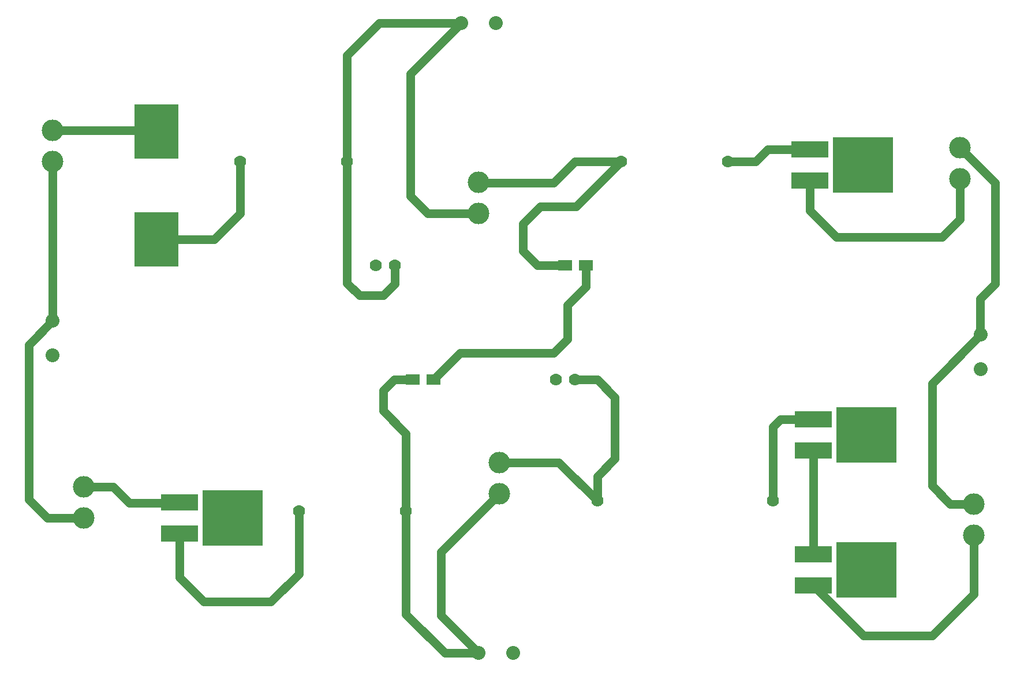
<source format=gtl>
%FSAX24Y24*%
%MOIN*%
G70*
G01*
G75*
G04 Layer_Physical_Order=1*
G04 Layer_Color=255*
%ADD10R,0.2579X0.3150*%
%ADD11R,0.0800X0.0600*%
%ADD12R,0.2126X0.0945*%
%ADD13R,0.3504X0.3228*%
%ADD14C,0.0500*%
%ADD15C,0.0100*%
%ADD16C,0.0700*%
%ADD17C,0.1250*%
%ADD18C,0.0800*%
%ADD19C,0.0500*%
D10*
X019200Y035700D02*
D03*
Y041950D02*
D03*
D11*
X034000Y027600D02*
D03*
X035200D02*
D03*
X044000Y034200D02*
D03*
X042800D02*
D03*
D12*
X020510Y020498D02*
D03*
Y018702D02*
D03*
X056910Y039102D02*
D03*
Y040898D02*
D03*
X057110Y017498D02*
D03*
Y015702D02*
D03*
Y023502D02*
D03*
Y025298D02*
D03*
D13*
X023601Y019600D02*
D03*
X060001Y040000D02*
D03*
X060201Y016600D02*
D03*
Y024400D02*
D03*
D14*
X043350Y027600D02*
X044644D01*
X045669Y026575D01*
Y023031D02*
Y026575D01*
X044640Y022003D02*
X045669Y023031D01*
X044640Y020600D02*
Y022003D01*
X032950Y033147D02*
Y034200D01*
X032283Y032480D02*
X032950Y033147D01*
X030906Y032480D02*
X032283D01*
X030200Y033186D02*
X030906Y032480D01*
X030200Y033186D02*
Y040200D01*
X033858Y045258D02*
X036800Y048200D01*
X033858Y038189D02*
Y045258D01*
Y038189D02*
X034847Y037200D01*
X037800D01*
X030200Y040200D02*
Y046342D01*
X032058Y048200D02*
X036800D01*
X030200Y046342D02*
X032058Y048200D01*
X066765Y030235D02*
Y032283D01*
X067635Y033153D01*
Y038976D01*
X065600Y041011D02*
X067635Y038976D01*
X043407Y037598D02*
X046009Y040200D01*
X041339Y037598D02*
X043407D01*
X040354Y036614D02*
X041339Y037598D01*
X040354Y035039D02*
Y036614D01*
X035630Y017630D02*
X039000Y021000D01*
X033600Y014038D02*
X035838Y011800D01*
X037800D01*
X033600Y014038D02*
Y020000D01*
X035630Y013976D02*
X037800Y011806D01*
X035630Y013976D02*
Y017630D01*
X032915Y027600D02*
X034000D01*
X032283Y026969D02*
X032915Y027600D01*
X032283Y025787D02*
Y026969D01*
Y025787D02*
X033600Y024471D01*
Y020000D02*
Y024471D01*
X039000Y022811D02*
X042429D01*
X044640Y020600D01*
X041194Y034200D02*
X042800D01*
X040354Y035039D02*
X041194Y034200D01*
X027409Y016385D02*
Y020000D01*
X025787Y014764D02*
X027409Y016385D01*
X021926Y014764D02*
X025787D01*
X020510Y016180D02*
X021926Y014764D01*
X020510Y016180D02*
Y018702D01*
X037835Y038976D02*
X042126D01*
X043350Y040200D01*
X046009D01*
X017625Y020472D02*
X020485D01*
X016687Y021411D02*
X017625Y020472D01*
X015000Y021411D02*
X016687D01*
X012880Y019600D02*
X015000D01*
X011811Y020669D02*
X012880Y019600D01*
X011811Y020669D02*
Y029611D01*
X013200Y031000D01*
X065022Y020411D02*
X066400D01*
X063976Y021457D02*
X065022Y020411D01*
X063976Y021457D02*
Y027376D01*
X066800Y030200D01*
X065600Y036860D02*
Y039200D01*
X064567Y035827D02*
X065600Y036860D01*
X058465Y035827D02*
X064567D01*
X056910Y037381D02*
X058465Y035827D01*
X056910Y037381D02*
Y039102D01*
X054800Y020600D02*
Y024879D01*
X055219Y025298D01*
X057110D01*
Y015702D02*
X060017Y012795D01*
X063976D01*
X066400Y015219D01*
Y018600D01*
X057110Y017498D02*
Y023502D01*
X054480Y040898D02*
X056910D01*
X053783Y040200D02*
X054480Y040898D01*
X052200Y040200D02*
X053783D01*
X013200Y031000D02*
Y040200D01*
X024009Y037198D02*
Y040200D01*
X022511Y035700D02*
X024009Y037198D01*
X019200Y035700D02*
X022511D01*
X013200Y042011D02*
X019139D01*
X035200Y027600D02*
X036734Y029134D01*
X042126D01*
X042913Y029921D01*
Y030906D01*
X044000Y032976D02*
Y034200D01*
X042913Y031890D02*
X044000Y032976D01*
X042913Y030906D02*
Y031890D01*
D15*
X037800Y039011D02*
X037835Y038976D01*
X019200Y036172D02*
X019248Y036220D01*
X057110Y015702D02*
X057329D01*
X019183Y041411D02*
X019200Y041428D01*
X019139Y042011D02*
X019200Y041950D01*
D16*
X042250Y027600D02*
D03*
X043350D02*
D03*
X032950Y034200D02*
D03*
X031850D02*
D03*
X033600Y020000D02*
D03*
X027409D02*
D03*
X046009Y040200D02*
D03*
X052200D02*
D03*
X030200D02*
D03*
X024009D02*
D03*
X054800Y020600D02*
D03*
X044640D02*
D03*
D17*
X065600Y041011D02*
D03*
Y039200D02*
D03*
X037800Y037200D02*
D03*
Y039011D02*
D03*
X039000Y022811D02*
D03*
Y021000D02*
D03*
X015000Y019600D02*
D03*
Y021411D02*
D03*
X013200Y042011D02*
D03*
Y040200D02*
D03*
X066400Y018600D02*
D03*
Y020411D02*
D03*
D18*
X037800Y011800D02*
D03*
X039800D02*
D03*
X038800Y048200D02*
D03*
X036800D02*
D03*
X066800Y028200D02*
D03*
Y030200D02*
D03*
X013200Y031000D02*
D03*
Y029000D02*
D03*
D19*
X042913Y030906D02*
D03*
M02*

</source>
